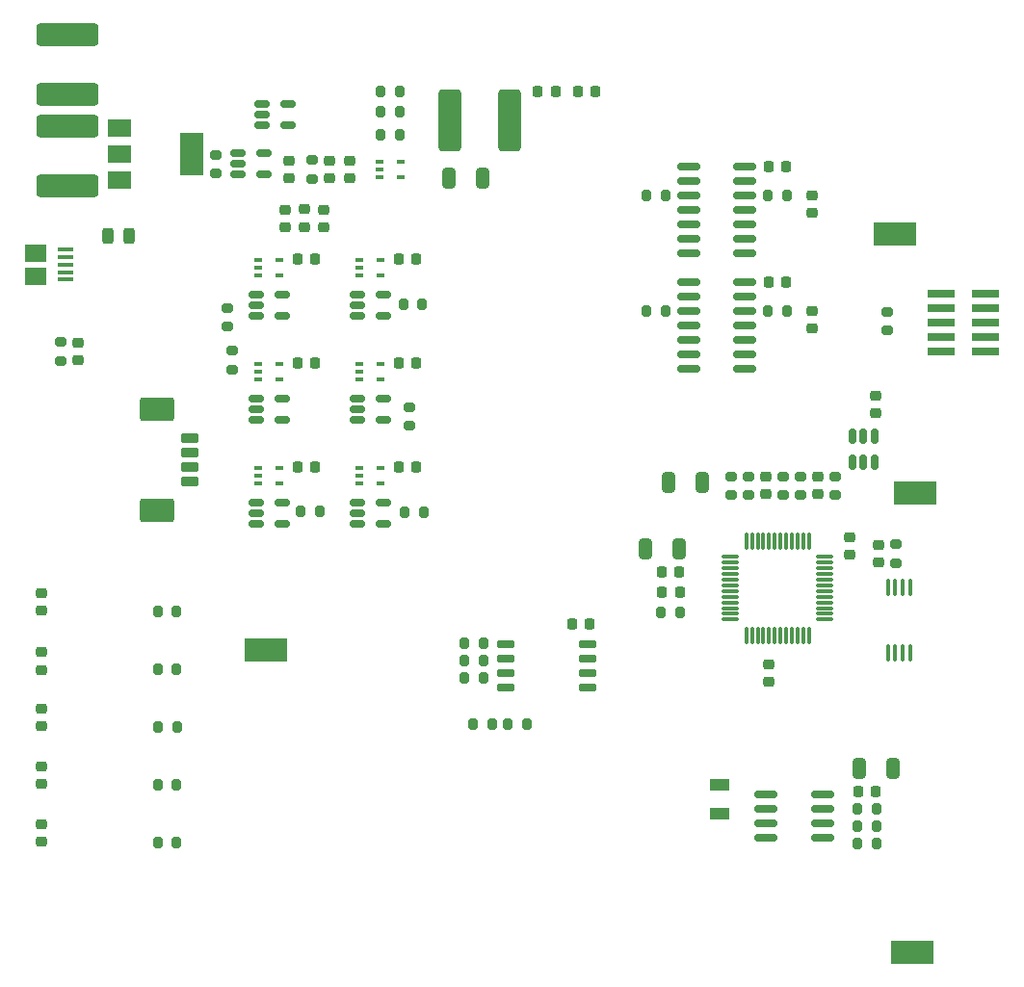
<source format=gtp>
%TF.GenerationSoftware,KiCad,Pcbnew,8.0.1*%
%TF.CreationDate,2024-05-29T09:56:21-04:00*%
%TF.ProjectId,Avionics_Board,4176696f-6e69-4637-935f-426f6172642e,rev?*%
%TF.SameCoordinates,PX40311b0PY93281e8*%
%TF.FileFunction,Paste,Top*%
%TF.FilePolarity,Positive*%
%FSLAX46Y46*%
G04 Gerber Fmt 4.6, Leading zero omitted, Abs format (unit mm)*
G04 Created by KiCad (PCBNEW 8.0.1) date 2024-05-29 09:56:21*
%MOMM*%
%LPD*%
G01*
G04 APERTURE LIST*
G04 Aperture macros list*
%AMRoundRect*
0 Rectangle with rounded corners*
0 $1 Rounding radius*
0 $2 $3 $4 $5 $6 $7 $8 $9 X,Y pos of 4 corners*
0 Add a 4 corners polygon primitive as box body*
4,1,4,$2,$3,$4,$5,$6,$7,$8,$9,$2,$3,0*
0 Add four circle primitives for the rounded corners*
1,1,$1+$1,$2,$3*
1,1,$1+$1,$4,$5*
1,1,$1+$1,$6,$7*
1,1,$1+$1,$8,$9*
0 Add four rect primitives between the rounded corners*
20,1,$1+$1,$2,$3,$4,$5,0*
20,1,$1+$1,$4,$5,$6,$7,0*
20,1,$1+$1,$6,$7,$8,$9,0*
20,1,$1+$1,$8,$9,$2,$3,0*%
G04 Aperture macros list end*
%ADD10RoundRect,0.200000X0.200000X0.275000X-0.200000X0.275000X-0.200000X-0.275000X0.200000X-0.275000X0*%
%ADD11RoundRect,0.225000X-0.250000X0.225000X-0.250000X-0.225000X0.250000X-0.225000X0.250000X0.225000X0*%
%ADD12RoundRect,0.150000X-0.512500X-0.150000X0.512500X-0.150000X0.512500X0.150000X-0.512500X0.150000X0*%
%ADD13R,3.800000X2.000000*%
%ADD14R,0.650000X0.400000*%
%ADD15RoundRect,0.218750X-0.256250X0.218750X-0.256250X-0.218750X0.256250X-0.218750X0.256250X0.218750X0*%
%ADD16R,1.800000X1.000000*%
%ADD17RoundRect,0.200000X0.275000X-0.200000X0.275000X0.200000X-0.275000X0.200000X-0.275000X-0.200000X0*%
%ADD18RoundRect,0.200000X-0.275000X0.200000X-0.275000X-0.200000X0.275000X-0.200000X0.275000X0.200000X0*%
%ADD19RoundRect,0.075000X-0.662500X-0.075000X0.662500X-0.075000X0.662500X0.075000X-0.662500X0.075000X0*%
%ADD20RoundRect,0.075000X-0.075000X-0.662500X0.075000X-0.662500X0.075000X0.662500X-0.075000X0.662500X0*%
%ADD21RoundRect,0.150000X-0.825000X-0.150000X0.825000X-0.150000X0.825000X0.150000X-0.825000X0.150000X0*%
%ADD22RoundRect,0.225000X0.250000X-0.225000X0.250000X0.225000X-0.250000X0.225000X-0.250000X-0.225000X0*%
%ADD23RoundRect,0.225000X0.225000X0.250000X-0.225000X0.250000X-0.225000X-0.250000X0.225000X-0.250000X0*%
%ADD24RoundRect,0.218750X0.218750X0.256250X-0.218750X0.256250X-0.218750X-0.256250X0.218750X-0.256250X0*%
%ADD25RoundRect,0.150000X-0.650000X-0.150000X0.650000X-0.150000X0.650000X0.150000X-0.650000X0.150000X0*%
%ADD26RoundRect,0.225000X-0.225000X-0.250000X0.225000X-0.250000X0.225000X0.250000X-0.225000X0.250000X0*%
%ADD27RoundRect,0.250000X0.325000X0.650000X-0.325000X0.650000X-0.325000X-0.650000X0.325000X-0.650000X0*%
%ADD28RoundRect,0.200000X-0.200000X-0.275000X0.200000X-0.275000X0.200000X0.275000X-0.200000X0.275000X0*%
%ADD29R,2.000000X1.500000*%
%ADD30R,2.000000X3.800000*%
%ADD31RoundRect,0.200000X-0.600000X0.200000X-0.600000X-0.200000X0.600000X-0.200000X0.600000X0.200000X0*%
%ADD32RoundRect,0.250001X-1.249999X0.799999X-1.249999X-0.799999X1.249999X-0.799999X1.249999X0.799999X0*%
%ADD33R,1.350000X0.400000*%
%ADD34R,1.900000X1.500000*%
%ADD35RoundRect,0.243750X-0.243750X-0.456250X0.243750X-0.456250X0.243750X0.456250X-0.243750X0.456250X0*%
%ADD36RoundRect,0.100000X0.100000X-0.637500X0.100000X0.637500X-0.100000X0.637500X-0.100000X-0.637500X0*%
%ADD37RoundRect,0.250000X-0.325000X-0.650000X0.325000X-0.650000X0.325000X0.650000X-0.325000X0.650000X0*%
%ADD38R,2.400000X0.740000*%
%ADD39RoundRect,0.249999X2.450001X-0.737501X2.450001X0.737501X-2.450001X0.737501X-2.450001X-0.737501X0*%
%ADD40RoundRect,0.150000X0.150000X-0.512500X0.150000X0.512500X-0.150000X0.512500X-0.150000X-0.512500X0*%
%ADD41RoundRect,0.218750X-0.218750X-0.256250X0.218750X-0.256250X0.218750X0.256250X-0.218750X0.256250X0*%
%ADD42RoundRect,0.249999X0.737501X2.450001X-0.737501X2.450001X-0.737501X-2.450001X0.737501X-2.450001X0*%
G04 APERTURE END LIST*
D10*
%TO.C,R14*%
X28511000Y69845000D03*
X26861000Y69845000D03*
%TD*%
D11*
%TO.C,C18*%
X60960000Y23254000D03*
X60960000Y21704000D03*
%TD*%
D12*
%TO.C,U24*%
X24770500Y37521000D03*
X24770500Y36571000D03*
X24770500Y35621000D03*
X27045500Y35621000D03*
X27045500Y37521000D03*
%TD*%
D13*
%TO.C,TP17*%
X73533000Y-2032001D03*
%TD*%
D14*
%TO.C,U13*%
X16068000Y40523000D03*
X16068000Y39873000D03*
X16068000Y39223000D03*
X17968000Y39223000D03*
X17968000Y40523000D03*
%TD*%
D10*
%TO.C,R7*%
X35877000Y22093000D03*
X34227000Y22093000D03*
%TD*%
D15*
%TO.C,D1*%
X-2984574Y9220960D03*
X-2984574Y7645960D03*
%TD*%
D10*
%TO.C,R11*%
X70421000Y9017000D03*
X68771000Y9017000D03*
%TD*%
D16*
%TO.C,Y1*%
X56642000Y12675000D03*
X56642000Y10175000D03*
%TD*%
D17*
%TO.C,R23*%
X62230000Y38164000D03*
X62230000Y39814000D03*
%TD*%
D18*
%TO.C,R35*%
X29337000Y45909999D03*
X29337000Y44259999D03*
%TD*%
D12*
%TO.C,U7*%
X16388500Y72573000D03*
X16388500Y71623000D03*
X16388500Y70673000D03*
X18663500Y70673000D03*
X18663500Y72573000D03*
%TD*%
D11*
%TO.C,C32*%
X21840326Y63259015D03*
X21840326Y61709015D03*
%TD*%
D14*
%TO.C,U21*%
X24958000Y49667000D03*
X24958000Y49017000D03*
X24958000Y48367000D03*
X26858000Y48367000D03*
X26858000Y49667000D03*
%TD*%
D19*
%TO.C,U9*%
X57559500Y32717000D03*
X57559500Y32217000D03*
X57559500Y31717000D03*
X57559500Y31217000D03*
X57559500Y30717000D03*
X57559500Y30217000D03*
X57559500Y29717000D03*
X57559500Y29217000D03*
X57559500Y28717000D03*
X57559500Y28217000D03*
X57559500Y27717000D03*
X57559500Y27217000D03*
D20*
X58972000Y25804500D03*
X59472000Y25804500D03*
X59972000Y25804500D03*
X60472000Y25804500D03*
X60972000Y25804500D03*
X61472000Y25804500D03*
X61972000Y25804500D03*
X62472000Y25804500D03*
X62972000Y25804500D03*
X63472000Y25804500D03*
X63972000Y25804500D03*
X64472000Y25804500D03*
D19*
X65884500Y27217000D03*
X65884500Y27717000D03*
X65884500Y28217000D03*
X65884500Y28717000D03*
X65884500Y29217000D03*
X65884500Y29717000D03*
X65884500Y30217000D03*
X65884500Y30717000D03*
X65884500Y31217000D03*
X65884500Y31717000D03*
X65884500Y32217000D03*
X65884500Y32717000D03*
D20*
X64472000Y34129500D03*
X63972000Y34129500D03*
X63472000Y34129500D03*
X62972000Y34129500D03*
X62472000Y34129500D03*
X61972000Y34129500D03*
X61472000Y34129500D03*
X60972000Y34129500D03*
X60472000Y34129500D03*
X59972000Y34129500D03*
X59472000Y34129500D03*
X58972000Y34129500D03*
%TD*%
D10*
%TO.C,R18*%
X8890000Y12695000D03*
X7240000Y12695000D03*
%TD*%
D21*
%TO.C,U3*%
X60706000Y11806000D03*
X60706000Y10536000D03*
X60706000Y9266000D03*
X60706000Y7996000D03*
X65656000Y7996000D03*
X65656000Y9266000D03*
X65656000Y10536000D03*
X65656000Y11806000D03*
%TD*%
D13*
%TO.C,TP16*%
X16764000Y24510999D03*
%TD*%
D15*
%TO.C,L3*%
X20129426Y63271515D03*
X20129426Y61696515D03*
%TD*%
D14*
%TO.C,U19*%
X24958000Y58811000D03*
X24958000Y58161000D03*
X24958000Y57511000D03*
X26858000Y57511000D03*
X26858000Y58811000D03*
%TD*%
D10*
%TO.C,R15*%
X28511000Y73655000D03*
X26861000Y73655000D03*
%TD*%
D22*
%TO.C,C21*%
X70612000Y32240000D03*
X70612000Y33790000D03*
%TD*%
D23*
%TO.C,C31*%
X29985000Y40635000D03*
X28435000Y40635000D03*
%TD*%
D10*
%TO.C,R4*%
X53149000Y27813000D03*
X51499000Y27813000D03*
%TD*%
D24*
%TO.C,L1*%
X42189500Y73655000D03*
X40614500Y73655000D03*
%TD*%
D10*
%TO.C,R5*%
X35877000Y25141000D03*
X34227000Y25141000D03*
%TD*%
D11*
%TO.C,C25*%
X64770000Y54364000D03*
X64770000Y52814000D03*
%TD*%
D10*
%TO.C,R27*%
X51879000Y64511000D03*
X50229000Y64511000D03*
%TD*%
D25*
%TO.C,U1*%
X37802000Y25014000D03*
X37802000Y23744000D03*
X37802000Y22474000D03*
X37802000Y21204000D03*
X45002000Y21204000D03*
X45002000Y22474000D03*
X45002000Y23744000D03*
X45002000Y25014000D03*
%TD*%
D17*
%TO.C,R2*%
X57658000Y38164000D03*
X57658000Y39814000D03*
%TD*%
D13*
%TO.C,TP18*%
X73787000Y38353999D03*
%TD*%
D21*
%TO.C,U12*%
X53913000Y56891000D03*
X53913000Y55621000D03*
X53913000Y54351000D03*
X53913000Y53081000D03*
X53913000Y51811000D03*
X53913000Y50541000D03*
X53913000Y49271000D03*
X58863000Y49271000D03*
X58863000Y50541000D03*
X58863000Y51811000D03*
X58863000Y53081000D03*
X58863000Y54351000D03*
X58863000Y55621000D03*
X58863000Y56891000D03*
%TD*%
D11*
%TO.C,C7*%
X24130000Y67585000D03*
X24130000Y66035000D03*
%TD*%
D15*
%TO.C,D4*%
X-2984574Y24333960D03*
X-2984574Y22758960D03*
%TD*%
D26*
%TO.C,C1*%
X43675000Y26797000D03*
X45225000Y26797000D03*
%TD*%
D11*
%TO.C,C33*%
X18465426Y63259015D03*
X18465426Y61709015D03*
%TD*%
D27*
%TO.C,C14*%
X35765000Y66035000D03*
X32815000Y66035000D03*
%TD*%
D28*
%TO.C,R34*%
X28956426Y36627460D03*
X30606426Y36627460D03*
%TD*%
D11*
%TO.C,C8*%
X22352000Y67572000D03*
X22352000Y66022000D03*
%TD*%
D13*
%TO.C,TP19*%
X72009000Y61086999D03*
%TD*%
D29*
%TO.C,U8*%
X3898426Y70423460D03*
X3898426Y68123460D03*
D30*
X10198426Y68123460D03*
D29*
X3898426Y65823460D03*
%TD*%
D10*
%TO.C,R17*%
X8890000Y7615000D03*
X7240000Y7615000D03*
%TD*%
D18*
%TO.C,R19*%
X-1270000Y51620000D03*
X-1270000Y49970000D03*
%TD*%
D31*
%TO.C,J6*%
X10037426Y43120460D03*
X10037426Y41870460D03*
X10037426Y40620460D03*
X10037426Y39370460D03*
D32*
X7137426Y45670460D03*
X7137426Y36820460D03*
%TD*%
D28*
%TO.C,R22*%
X7240000Y27935000D03*
X8890000Y27935000D03*
%TD*%
D10*
%TO.C,R13*%
X28511000Y71877000D03*
X26861000Y71877000D03*
%TD*%
D12*
%TO.C,U18*%
X15880500Y46665000D03*
X15880500Y45715000D03*
X15880500Y44765000D03*
X18155500Y44765000D03*
X18155500Y46665000D03*
%TD*%
D21*
%TO.C,U11*%
X53913000Y67051000D03*
X53913000Y65781000D03*
X53913000Y64511000D03*
X53913000Y63241000D03*
X53913000Y61971000D03*
X53913000Y60701000D03*
X53913000Y59431000D03*
X58863000Y59431000D03*
X58863000Y60701000D03*
X58863000Y61971000D03*
X58863000Y63241000D03*
X58863000Y64511000D03*
X58863000Y65781000D03*
X58863000Y67051000D03*
%TD*%
D33*
%TO.C,J2*%
X-830600Y59715000D03*
X-830600Y59065000D03*
X-830600Y58415000D03*
X-830600Y57765000D03*
X-830600Y57115000D03*
D34*
X-3530600Y59415000D03*
X-3530600Y57415000D03*
%TD*%
D11*
%TO.C,C10*%
X254000Y51575000D03*
X254000Y50025000D03*
%TD*%
D18*
%TO.C,R37*%
X12382426Y68059460D03*
X12382426Y66409460D03*
%TD*%
D11*
%TO.C,C9*%
X18796000Y67572000D03*
X18796000Y66022000D03*
%TD*%
D26*
%TO.C,C23*%
X60947000Y56891000D03*
X62497000Y56891000D03*
%TD*%
D15*
%TO.C,D2*%
X-2984574Y14300960D03*
X-2984574Y12725960D03*
%TD*%
D23*
%TO.C,C30*%
X29985000Y49779000D03*
X28435000Y49779000D03*
%TD*%
D35*
%TO.C,F1*%
X2872500Y60955000D03*
X4747500Y60955000D03*
%TD*%
D26*
%TO.C,C22*%
X60947000Y67051000D03*
X62497000Y67051000D03*
%TD*%
D10*
%TO.C,R9*%
X39687000Y18029000D03*
X38037000Y18029000D03*
%TD*%
D14*
%TO.C,U15*%
X16068000Y58811000D03*
X16068000Y58161000D03*
X16068000Y57511000D03*
X17968000Y57511000D03*
X17968000Y58811000D03*
%TD*%
D22*
%TO.C,C19*%
X68072000Y32880000D03*
X68072000Y34430000D03*
%TD*%
D18*
%TO.C,R16*%
X20828000Y67622000D03*
X20828000Y65972000D03*
%TD*%
D36*
%TO.C,U10*%
X71415000Y24310500D03*
X72065000Y24310500D03*
X72715000Y24310500D03*
X73365000Y24310500D03*
X73365000Y30035500D03*
X72715000Y30035500D03*
X72065000Y30035500D03*
X71415000Y30035500D03*
%TD*%
D37*
%TO.C,C16*%
X50087000Y33401000D03*
X53037000Y33401000D03*
%TD*%
D17*
%TO.C,R1*%
X59182000Y38164000D03*
X59182000Y39814000D03*
%TD*%
D18*
%TO.C,R26*%
X72136000Y33840000D03*
X72136000Y32190000D03*
%TD*%
D23*
%TO.C,C26*%
X21095000Y40635000D03*
X19545000Y40635000D03*
%TD*%
D28*
%TO.C,R36*%
X28829426Y54915460D03*
X30479426Y54915460D03*
%TD*%
D26*
%TO.C,C5*%
X44183000Y73655000D03*
X45733000Y73655000D03*
%TD*%
D23*
%TO.C,C15*%
X53099000Y31369000D03*
X51549000Y31369000D03*
%TD*%
D38*
%TO.C,J5*%
X76110000Y55875000D03*
X80010000Y55875000D03*
X76110000Y54605000D03*
X80010000Y54605000D03*
X76110000Y53335000D03*
X80010000Y53335000D03*
X76110000Y52065000D03*
X80010000Y52065000D03*
X76110000Y50795000D03*
X80010000Y50795000D03*
%TD*%
D12*
%TO.C,U20*%
X24770500Y55809000D03*
X24770500Y54859000D03*
X24770500Y53909000D03*
X27045500Y53909000D03*
X27045500Y55809000D03*
%TD*%
D10*
%TO.C,R10*%
X70421000Y7493000D03*
X68771000Y7493000D03*
%TD*%
%TO.C,R6*%
X35877000Y23617000D03*
X34227000Y23617000D03*
%TD*%
D14*
%TO.C,U17*%
X16068000Y49667000D03*
X16068000Y49017000D03*
X16068000Y48367000D03*
X17968000Y48367000D03*
X17968000Y49667000D03*
%TD*%
D37*
%TO.C,C20*%
X52119000Y39243000D03*
X55069000Y39243000D03*
%TD*%
D39*
%TO.C,C12*%
X-698574Y73359960D03*
X-698574Y78634960D03*
%TD*%
D15*
%TO.C,D3*%
X-2984574Y19380960D03*
X-2984574Y17805960D03*
%TD*%
D11*
%TO.C,C4*%
X70358000Y46876000D03*
X70358000Y45326000D03*
%TD*%
D40*
%TO.C,U5*%
X68326000Y41021000D03*
X69276000Y41021000D03*
X70226000Y41021000D03*
X70226000Y43296000D03*
X69276000Y43296000D03*
X68326000Y43296000D03*
%TD*%
D10*
%TO.C,R21*%
X8890000Y22855000D03*
X7240000Y22855000D03*
%TD*%
D17*
%TO.C,R31*%
X13779426Y49201460D03*
X13779426Y50851460D03*
%TD*%
D11*
%TO.C,C24*%
X64770000Y64524000D03*
X64770000Y62974000D03*
%TD*%
D23*
%TO.C,C28*%
X21095000Y49779000D03*
X19545000Y49779000D03*
%TD*%
D39*
%TO.C,C11*%
X-698574Y65358960D03*
X-698574Y70633960D03*
%TD*%
D12*
%TO.C,U25*%
X14298426Y68250460D03*
X14298426Y67300460D03*
X14298426Y66350460D03*
X16573426Y66350460D03*
X16573426Y68250460D03*
%TD*%
D10*
%TO.C,R8*%
X36639000Y18029000D03*
X34989000Y18029000D03*
%TD*%
D12*
%TO.C,U22*%
X24770500Y46665000D03*
X24770500Y45715000D03*
X24770500Y44765000D03*
X27045500Y44765000D03*
X27045500Y46665000D03*
%TD*%
D23*
%TO.C,C2*%
X70371000Y12065000D03*
X68821000Y12065000D03*
%TD*%
D28*
%TO.C,R33*%
X19812426Y36754460D03*
X21462426Y36754460D03*
%TD*%
D18*
%TO.C,R25*%
X71374000Y54292000D03*
X71374000Y52642000D03*
%TD*%
D12*
%TO.C,U14*%
X15880500Y37521000D03*
X15880500Y36571000D03*
X15880500Y35621000D03*
X18155500Y35621000D03*
X18155500Y37521000D03*
%TD*%
%TO.C,U16*%
X15880500Y55809000D03*
X15880500Y54859000D03*
X15880500Y53909000D03*
X18155500Y53909000D03*
X18155500Y55809000D03*
%TD*%
D18*
%TO.C,R24*%
X63754000Y39814000D03*
X63754000Y38164000D03*
%TD*%
D23*
%TO.C,C27*%
X21095000Y58923000D03*
X19545000Y58923000D03*
%TD*%
D10*
%TO.C,R29*%
X62547000Y64511000D03*
X60897000Y64511000D03*
%TD*%
D17*
%TO.C,R3*%
X66802000Y38164000D03*
X66802000Y39814000D03*
%TD*%
D18*
%TO.C,R32*%
X13398426Y54597460D03*
X13398426Y52947460D03*
%TD*%
D10*
%TO.C,R20*%
X8953000Y17775000D03*
X7303000Y17775000D03*
%TD*%
D14*
%TO.C,U23*%
X24958000Y40523000D03*
X24958000Y39873000D03*
X24958000Y39223000D03*
X26858000Y39223000D03*
X26858000Y40523000D03*
%TD*%
D10*
%TO.C,R28*%
X51879000Y54351000D03*
X50229000Y54351000D03*
%TD*%
D14*
%TO.C,U6*%
X26736000Y67447000D03*
X26736000Y66797000D03*
X26736000Y66147000D03*
X28636000Y66147000D03*
X28636000Y67447000D03*
%TD*%
D23*
%TO.C,C29*%
X29985000Y58923000D03*
X28435000Y58923000D03*
%TD*%
D22*
%TO.C,C13*%
X65278000Y38214000D03*
X65278000Y39764000D03*
%TD*%
D10*
%TO.C,R30*%
X62547000Y54351000D03*
X60897000Y54351000D03*
%TD*%
D15*
%TO.C,D5*%
X-2984574Y29540960D03*
X-2984574Y27965960D03*
%TD*%
D22*
%TO.C,C17*%
X60706000Y38214000D03*
X60706000Y39764000D03*
%TD*%
D41*
%TO.C,L2*%
X51536500Y29591000D03*
X53111500Y29591000D03*
%TD*%
D42*
%TO.C,C6*%
X38197500Y71115000D03*
X32922500Y71115000D03*
%TD*%
D27*
%TO.C,C3*%
X71833000Y14097000D03*
X68883000Y14097000D03*
%TD*%
D10*
%TO.C,R12*%
X70421000Y10541000D03*
X68771000Y10541000D03*
%TD*%
M02*

</source>
